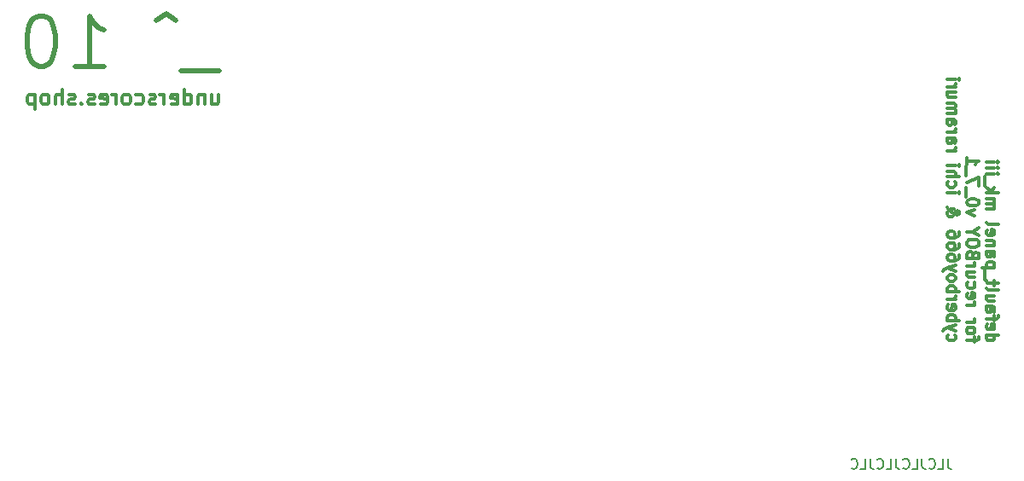
<source format=gbr>
%TF.GenerationSoftware,KiCad,Pcbnew,7.0.9*%
%TF.CreationDate,2024-07-10T14:31:19+10:00*%
%TF.ProjectId,default_panel,64656661-756c-4745-9f70-616e656c2e6b,rev?*%
%TF.SameCoordinates,Original*%
%TF.FileFunction,Legend,Bot*%
%TF.FilePolarity,Positive*%
%FSLAX46Y46*%
G04 Gerber Fmt 4.6, Leading zero omitted, Abs format (unit mm)*
G04 Created by KiCad (PCBNEW 7.0.9) date 2024-07-10 14:31:19*
%MOMM*%
%LPD*%
G01*
G04 APERTURE LIST*
%ADD10C,0.150000*%
%ADD11C,0.300000*%
%ADD12C,0.500000*%
G04 APERTURE END LIST*
D10*
X176569048Y-143004819D02*
X176569048Y-143719104D01*
X176569048Y-143719104D02*
X176616667Y-143861961D01*
X176616667Y-143861961D02*
X176711905Y-143957200D01*
X176711905Y-143957200D02*
X176854762Y-144004819D01*
X176854762Y-144004819D02*
X176950000Y-144004819D01*
X175616667Y-144004819D02*
X176092857Y-144004819D01*
X176092857Y-144004819D02*
X176092857Y-143004819D01*
X174711905Y-143909580D02*
X174759524Y-143957200D01*
X174759524Y-143957200D02*
X174902381Y-144004819D01*
X174902381Y-144004819D02*
X174997619Y-144004819D01*
X174997619Y-144004819D02*
X175140476Y-143957200D01*
X175140476Y-143957200D02*
X175235714Y-143861961D01*
X175235714Y-143861961D02*
X175283333Y-143766723D01*
X175283333Y-143766723D02*
X175330952Y-143576247D01*
X175330952Y-143576247D02*
X175330952Y-143433390D01*
X175330952Y-143433390D02*
X175283333Y-143242914D01*
X175283333Y-143242914D02*
X175235714Y-143147676D01*
X175235714Y-143147676D02*
X175140476Y-143052438D01*
X175140476Y-143052438D02*
X174997619Y-143004819D01*
X174997619Y-143004819D02*
X174902381Y-143004819D01*
X174902381Y-143004819D02*
X174759524Y-143052438D01*
X174759524Y-143052438D02*
X174711905Y-143100057D01*
X173997619Y-143004819D02*
X173997619Y-143719104D01*
X173997619Y-143719104D02*
X174045238Y-143861961D01*
X174045238Y-143861961D02*
X174140476Y-143957200D01*
X174140476Y-143957200D02*
X174283333Y-144004819D01*
X174283333Y-144004819D02*
X174378571Y-144004819D01*
X173045238Y-144004819D02*
X173521428Y-144004819D01*
X173521428Y-144004819D02*
X173521428Y-143004819D01*
X172140476Y-143909580D02*
X172188095Y-143957200D01*
X172188095Y-143957200D02*
X172330952Y-144004819D01*
X172330952Y-144004819D02*
X172426190Y-144004819D01*
X172426190Y-144004819D02*
X172569047Y-143957200D01*
X172569047Y-143957200D02*
X172664285Y-143861961D01*
X172664285Y-143861961D02*
X172711904Y-143766723D01*
X172711904Y-143766723D02*
X172759523Y-143576247D01*
X172759523Y-143576247D02*
X172759523Y-143433390D01*
X172759523Y-143433390D02*
X172711904Y-143242914D01*
X172711904Y-143242914D02*
X172664285Y-143147676D01*
X172664285Y-143147676D02*
X172569047Y-143052438D01*
X172569047Y-143052438D02*
X172426190Y-143004819D01*
X172426190Y-143004819D02*
X172330952Y-143004819D01*
X172330952Y-143004819D02*
X172188095Y-143052438D01*
X172188095Y-143052438D02*
X172140476Y-143100057D01*
X171426190Y-143004819D02*
X171426190Y-143719104D01*
X171426190Y-143719104D02*
X171473809Y-143861961D01*
X171473809Y-143861961D02*
X171569047Y-143957200D01*
X171569047Y-143957200D02*
X171711904Y-144004819D01*
X171711904Y-144004819D02*
X171807142Y-144004819D01*
X170473809Y-144004819D02*
X170949999Y-144004819D01*
X170949999Y-144004819D02*
X170949999Y-143004819D01*
X169569047Y-143909580D02*
X169616666Y-143957200D01*
X169616666Y-143957200D02*
X169759523Y-144004819D01*
X169759523Y-144004819D02*
X169854761Y-144004819D01*
X169854761Y-144004819D02*
X169997618Y-143957200D01*
X169997618Y-143957200D02*
X170092856Y-143861961D01*
X170092856Y-143861961D02*
X170140475Y-143766723D01*
X170140475Y-143766723D02*
X170188094Y-143576247D01*
X170188094Y-143576247D02*
X170188094Y-143433390D01*
X170188094Y-143433390D02*
X170140475Y-143242914D01*
X170140475Y-143242914D02*
X170092856Y-143147676D01*
X170092856Y-143147676D02*
X169997618Y-143052438D01*
X169997618Y-143052438D02*
X169854761Y-143004819D01*
X169854761Y-143004819D02*
X169759523Y-143004819D01*
X169759523Y-143004819D02*
X169616666Y-143052438D01*
X169616666Y-143052438D02*
X169569047Y-143100057D01*
X168854761Y-143004819D02*
X168854761Y-143719104D01*
X168854761Y-143719104D02*
X168902380Y-143861961D01*
X168902380Y-143861961D02*
X168997618Y-143957200D01*
X168997618Y-143957200D02*
X169140475Y-144004819D01*
X169140475Y-144004819D02*
X169235713Y-144004819D01*
X167902380Y-144004819D02*
X168378570Y-144004819D01*
X168378570Y-144004819D02*
X168378570Y-143004819D01*
X166997618Y-143909580D02*
X167045237Y-143957200D01*
X167045237Y-143957200D02*
X167188094Y-144004819D01*
X167188094Y-144004819D02*
X167283332Y-144004819D01*
X167283332Y-144004819D02*
X167426189Y-143957200D01*
X167426189Y-143957200D02*
X167521427Y-143861961D01*
X167521427Y-143861961D02*
X167569046Y-143766723D01*
X167569046Y-143766723D02*
X167616665Y-143576247D01*
X167616665Y-143576247D02*
X167616665Y-143433390D01*
X167616665Y-143433390D02*
X167569046Y-143242914D01*
X167569046Y-143242914D02*
X167521427Y-143147676D01*
X167521427Y-143147676D02*
X167426189Y-143052438D01*
X167426189Y-143052438D02*
X167283332Y-143004819D01*
X167283332Y-143004819D02*
X167188094Y-143004819D01*
X167188094Y-143004819D02*
X167045237Y-143052438D01*
X167045237Y-143052438D02*
X166997618Y-143100057D01*
D11*
X103535714Y-106828328D02*
X103535714Y-107828328D01*
X104178571Y-106828328D02*
X104178571Y-107614042D01*
X104178571Y-107614042D02*
X104107142Y-107756900D01*
X104107142Y-107756900D02*
X103964285Y-107828328D01*
X103964285Y-107828328D02*
X103749999Y-107828328D01*
X103749999Y-107828328D02*
X103607142Y-107756900D01*
X103607142Y-107756900D02*
X103535714Y-107685471D01*
X102821428Y-106828328D02*
X102821428Y-107828328D01*
X102821428Y-106971185D02*
X102749999Y-106899757D01*
X102749999Y-106899757D02*
X102607142Y-106828328D01*
X102607142Y-106828328D02*
X102392856Y-106828328D01*
X102392856Y-106828328D02*
X102249999Y-106899757D01*
X102249999Y-106899757D02*
X102178571Y-107042614D01*
X102178571Y-107042614D02*
X102178571Y-107828328D01*
X100821428Y-107828328D02*
X100821428Y-106328328D01*
X100821428Y-107756900D02*
X100964285Y-107828328D01*
X100964285Y-107828328D02*
X101249999Y-107828328D01*
X101249999Y-107828328D02*
X101392856Y-107756900D01*
X101392856Y-107756900D02*
X101464285Y-107685471D01*
X101464285Y-107685471D02*
X101535713Y-107542614D01*
X101535713Y-107542614D02*
X101535713Y-107114042D01*
X101535713Y-107114042D02*
X101464285Y-106971185D01*
X101464285Y-106971185D02*
X101392856Y-106899757D01*
X101392856Y-106899757D02*
X101249999Y-106828328D01*
X101249999Y-106828328D02*
X100964285Y-106828328D01*
X100964285Y-106828328D02*
X100821428Y-106899757D01*
X99535713Y-107756900D02*
X99678570Y-107828328D01*
X99678570Y-107828328D02*
X99964285Y-107828328D01*
X99964285Y-107828328D02*
X100107142Y-107756900D01*
X100107142Y-107756900D02*
X100178570Y-107614042D01*
X100178570Y-107614042D02*
X100178570Y-107042614D01*
X100178570Y-107042614D02*
X100107142Y-106899757D01*
X100107142Y-106899757D02*
X99964285Y-106828328D01*
X99964285Y-106828328D02*
X99678570Y-106828328D01*
X99678570Y-106828328D02*
X99535713Y-106899757D01*
X99535713Y-106899757D02*
X99464285Y-107042614D01*
X99464285Y-107042614D02*
X99464285Y-107185471D01*
X99464285Y-107185471D02*
X100178570Y-107328328D01*
X98821428Y-107828328D02*
X98821428Y-106828328D01*
X98821428Y-107114042D02*
X98749999Y-106971185D01*
X98749999Y-106971185D02*
X98678571Y-106899757D01*
X98678571Y-106899757D02*
X98535713Y-106828328D01*
X98535713Y-106828328D02*
X98392856Y-106828328D01*
X97964285Y-107756900D02*
X97821428Y-107828328D01*
X97821428Y-107828328D02*
X97535714Y-107828328D01*
X97535714Y-107828328D02*
X97392857Y-107756900D01*
X97392857Y-107756900D02*
X97321428Y-107614042D01*
X97321428Y-107614042D02*
X97321428Y-107542614D01*
X97321428Y-107542614D02*
X97392857Y-107399757D01*
X97392857Y-107399757D02*
X97535714Y-107328328D01*
X97535714Y-107328328D02*
X97750000Y-107328328D01*
X97750000Y-107328328D02*
X97892857Y-107256900D01*
X97892857Y-107256900D02*
X97964285Y-107114042D01*
X97964285Y-107114042D02*
X97964285Y-107042614D01*
X97964285Y-107042614D02*
X97892857Y-106899757D01*
X97892857Y-106899757D02*
X97750000Y-106828328D01*
X97750000Y-106828328D02*
X97535714Y-106828328D01*
X97535714Y-106828328D02*
X97392857Y-106899757D01*
X96035714Y-107756900D02*
X96178571Y-107828328D01*
X96178571Y-107828328D02*
X96464285Y-107828328D01*
X96464285Y-107828328D02*
X96607142Y-107756900D01*
X96607142Y-107756900D02*
X96678571Y-107685471D01*
X96678571Y-107685471D02*
X96749999Y-107542614D01*
X96749999Y-107542614D02*
X96749999Y-107114042D01*
X96749999Y-107114042D02*
X96678571Y-106971185D01*
X96678571Y-106971185D02*
X96607142Y-106899757D01*
X96607142Y-106899757D02*
X96464285Y-106828328D01*
X96464285Y-106828328D02*
X96178571Y-106828328D01*
X96178571Y-106828328D02*
X96035714Y-106899757D01*
X95178571Y-107828328D02*
X95321428Y-107756900D01*
X95321428Y-107756900D02*
X95392857Y-107685471D01*
X95392857Y-107685471D02*
X95464285Y-107542614D01*
X95464285Y-107542614D02*
X95464285Y-107114042D01*
X95464285Y-107114042D02*
X95392857Y-106971185D01*
X95392857Y-106971185D02*
X95321428Y-106899757D01*
X95321428Y-106899757D02*
X95178571Y-106828328D01*
X95178571Y-106828328D02*
X94964285Y-106828328D01*
X94964285Y-106828328D02*
X94821428Y-106899757D01*
X94821428Y-106899757D02*
X94750000Y-106971185D01*
X94750000Y-106971185D02*
X94678571Y-107114042D01*
X94678571Y-107114042D02*
X94678571Y-107542614D01*
X94678571Y-107542614D02*
X94750000Y-107685471D01*
X94750000Y-107685471D02*
X94821428Y-107756900D01*
X94821428Y-107756900D02*
X94964285Y-107828328D01*
X94964285Y-107828328D02*
X95178571Y-107828328D01*
X94035714Y-107828328D02*
X94035714Y-106828328D01*
X94035714Y-107114042D02*
X93964285Y-106971185D01*
X93964285Y-106971185D02*
X93892857Y-106899757D01*
X93892857Y-106899757D02*
X93749999Y-106828328D01*
X93749999Y-106828328D02*
X93607142Y-106828328D01*
X92535714Y-107756900D02*
X92678571Y-107828328D01*
X92678571Y-107828328D02*
X92964286Y-107828328D01*
X92964286Y-107828328D02*
X93107143Y-107756900D01*
X93107143Y-107756900D02*
X93178571Y-107614042D01*
X93178571Y-107614042D02*
X93178571Y-107042614D01*
X93178571Y-107042614D02*
X93107143Y-106899757D01*
X93107143Y-106899757D02*
X92964286Y-106828328D01*
X92964286Y-106828328D02*
X92678571Y-106828328D01*
X92678571Y-106828328D02*
X92535714Y-106899757D01*
X92535714Y-106899757D02*
X92464286Y-107042614D01*
X92464286Y-107042614D02*
X92464286Y-107185471D01*
X92464286Y-107185471D02*
X93178571Y-107328328D01*
X91892857Y-107756900D02*
X91750000Y-107828328D01*
X91750000Y-107828328D02*
X91464286Y-107828328D01*
X91464286Y-107828328D02*
X91321429Y-107756900D01*
X91321429Y-107756900D02*
X91250000Y-107614042D01*
X91250000Y-107614042D02*
X91250000Y-107542614D01*
X91250000Y-107542614D02*
X91321429Y-107399757D01*
X91321429Y-107399757D02*
X91464286Y-107328328D01*
X91464286Y-107328328D02*
X91678572Y-107328328D01*
X91678572Y-107328328D02*
X91821429Y-107256900D01*
X91821429Y-107256900D02*
X91892857Y-107114042D01*
X91892857Y-107114042D02*
X91892857Y-107042614D01*
X91892857Y-107042614D02*
X91821429Y-106899757D01*
X91821429Y-106899757D02*
X91678572Y-106828328D01*
X91678572Y-106828328D02*
X91464286Y-106828328D01*
X91464286Y-106828328D02*
X91321429Y-106899757D01*
X90607143Y-107685471D02*
X90535714Y-107756900D01*
X90535714Y-107756900D02*
X90607143Y-107828328D01*
X90607143Y-107828328D02*
X90678571Y-107756900D01*
X90678571Y-107756900D02*
X90607143Y-107685471D01*
X90607143Y-107685471D02*
X90607143Y-107828328D01*
X89964285Y-107756900D02*
X89821428Y-107828328D01*
X89821428Y-107828328D02*
X89535714Y-107828328D01*
X89535714Y-107828328D02*
X89392857Y-107756900D01*
X89392857Y-107756900D02*
X89321428Y-107614042D01*
X89321428Y-107614042D02*
X89321428Y-107542614D01*
X89321428Y-107542614D02*
X89392857Y-107399757D01*
X89392857Y-107399757D02*
X89535714Y-107328328D01*
X89535714Y-107328328D02*
X89750000Y-107328328D01*
X89750000Y-107328328D02*
X89892857Y-107256900D01*
X89892857Y-107256900D02*
X89964285Y-107114042D01*
X89964285Y-107114042D02*
X89964285Y-107042614D01*
X89964285Y-107042614D02*
X89892857Y-106899757D01*
X89892857Y-106899757D02*
X89750000Y-106828328D01*
X89750000Y-106828328D02*
X89535714Y-106828328D01*
X89535714Y-106828328D02*
X89392857Y-106899757D01*
X88678571Y-107828328D02*
X88678571Y-106328328D01*
X88035714Y-107828328D02*
X88035714Y-107042614D01*
X88035714Y-107042614D02*
X88107142Y-106899757D01*
X88107142Y-106899757D02*
X88249999Y-106828328D01*
X88249999Y-106828328D02*
X88464285Y-106828328D01*
X88464285Y-106828328D02*
X88607142Y-106899757D01*
X88607142Y-106899757D02*
X88678571Y-106971185D01*
X87107142Y-107828328D02*
X87249999Y-107756900D01*
X87249999Y-107756900D02*
X87321428Y-107685471D01*
X87321428Y-107685471D02*
X87392856Y-107542614D01*
X87392856Y-107542614D02*
X87392856Y-107114042D01*
X87392856Y-107114042D02*
X87321428Y-106971185D01*
X87321428Y-106971185D02*
X87249999Y-106899757D01*
X87249999Y-106899757D02*
X87107142Y-106828328D01*
X87107142Y-106828328D02*
X86892856Y-106828328D01*
X86892856Y-106828328D02*
X86749999Y-106899757D01*
X86749999Y-106899757D02*
X86678571Y-106971185D01*
X86678571Y-106971185D02*
X86607142Y-107114042D01*
X86607142Y-107114042D02*
X86607142Y-107542614D01*
X86607142Y-107542614D02*
X86678571Y-107685471D01*
X86678571Y-107685471D02*
X86749999Y-107756900D01*
X86749999Y-107756900D02*
X86892856Y-107828328D01*
X86892856Y-107828328D02*
X87107142Y-107828328D01*
X85964285Y-106828328D02*
X85964285Y-108328328D01*
X85964285Y-106899757D02*
X85821428Y-106828328D01*
X85821428Y-106828328D02*
X85535713Y-106828328D01*
X85535713Y-106828328D02*
X85392856Y-106899757D01*
X85392856Y-106899757D02*
X85321428Y-106971185D01*
X85321428Y-106971185D02*
X85249999Y-107114042D01*
X85249999Y-107114042D02*
X85249999Y-107542614D01*
X85249999Y-107542614D02*
X85321428Y-107685471D01*
X85321428Y-107685471D02*
X85392856Y-107756900D01*
X85392856Y-107756900D02*
X85535713Y-107828328D01*
X85535713Y-107828328D02*
X85821428Y-107828328D01*
X85821428Y-107828328D02*
X85964285Y-107756900D01*
D12*
X104250000Y-104513285D02*
X100440476Y-104513285D01*
X99964285Y-99513285D02*
X99011904Y-98799000D01*
X99011904Y-98799000D02*
X98059523Y-99513285D01*
X89964285Y-104037095D02*
X92821428Y-104037095D01*
X91392856Y-104037095D02*
X91392856Y-99037095D01*
X91392856Y-99037095D02*
X91869047Y-99751380D01*
X91869047Y-99751380D02*
X92345237Y-100227571D01*
X92345237Y-100227571D02*
X92821428Y-100465666D01*
X86869046Y-99037095D02*
X86392856Y-99037095D01*
X86392856Y-99037095D02*
X85916665Y-99275190D01*
X85916665Y-99275190D02*
X85678570Y-99513285D01*
X85678570Y-99513285D02*
X85440475Y-99989476D01*
X85440475Y-99989476D02*
X85202380Y-100941857D01*
X85202380Y-100941857D02*
X85202380Y-102132333D01*
X85202380Y-102132333D02*
X85440475Y-103084714D01*
X85440475Y-103084714D02*
X85678570Y-103560904D01*
X85678570Y-103560904D02*
X85916665Y-103799000D01*
X85916665Y-103799000D02*
X86392856Y-104037095D01*
X86392856Y-104037095D02*
X86869046Y-104037095D01*
X86869046Y-104037095D02*
X87345237Y-103799000D01*
X87345237Y-103799000D02*
X87583332Y-103560904D01*
X87583332Y-103560904D02*
X87821427Y-103084714D01*
X87821427Y-103084714D02*
X88059523Y-102132333D01*
X88059523Y-102132333D02*
X88059523Y-100941857D01*
X88059523Y-100941857D02*
X87821427Y-99989476D01*
X87821427Y-99989476D02*
X87583332Y-99513285D01*
X87583332Y-99513285D02*
X87345237Y-99275190D01*
X87345237Y-99275190D02*
X86869046Y-99037095D01*
D11*
X180392457Y-130702632D02*
X181592457Y-130702632D01*
X180449600Y-130702632D02*
X180392457Y-130816917D01*
X180392457Y-130816917D02*
X180392457Y-131045489D01*
X180392457Y-131045489D02*
X180449600Y-131159774D01*
X180449600Y-131159774D02*
X180506742Y-131216917D01*
X180506742Y-131216917D02*
X180621028Y-131274060D01*
X180621028Y-131274060D02*
X180963885Y-131274060D01*
X180963885Y-131274060D02*
X181078171Y-131216917D01*
X181078171Y-131216917D02*
X181135314Y-131159774D01*
X181135314Y-131159774D02*
X181192457Y-131045489D01*
X181192457Y-131045489D02*
X181192457Y-130816917D01*
X181192457Y-130816917D02*
X181135314Y-130702632D01*
X180449600Y-129674060D02*
X180392457Y-129788346D01*
X180392457Y-129788346D02*
X180392457Y-130016918D01*
X180392457Y-130016918D02*
X180449600Y-130131203D01*
X180449600Y-130131203D02*
X180563885Y-130188346D01*
X180563885Y-130188346D02*
X181021028Y-130188346D01*
X181021028Y-130188346D02*
X181135314Y-130131203D01*
X181135314Y-130131203D02*
X181192457Y-130016918D01*
X181192457Y-130016918D02*
X181192457Y-129788346D01*
X181192457Y-129788346D02*
X181135314Y-129674060D01*
X181135314Y-129674060D02*
X181021028Y-129616918D01*
X181021028Y-129616918D02*
X180906742Y-129616918D01*
X180906742Y-129616918D02*
X180792457Y-130188346D01*
X181192457Y-129274061D02*
X181192457Y-128816918D01*
X180392457Y-129102632D02*
X181421028Y-129102632D01*
X181421028Y-129102632D02*
X181535314Y-129045489D01*
X181535314Y-129045489D02*
X181592457Y-128931204D01*
X181592457Y-128931204D02*
X181592457Y-128816918D01*
X180392457Y-127902633D02*
X181021028Y-127902633D01*
X181021028Y-127902633D02*
X181135314Y-127959775D01*
X181135314Y-127959775D02*
X181192457Y-128074061D01*
X181192457Y-128074061D02*
X181192457Y-128302633D01*
X181192457Y-128302633D02*
X181135314Y-128416918D01*
X180449600Y-127902633D02*
X180392457Y-128016918D01*
X180392457Y-128016918D02*
X180392457Y-128302633D01*
X180392457Y-128302633D02*
X180449600Y-128416918D01*
X180449600Y-128416918D02*
X180563885Y-128474061D01*
X180563885Y-128474061D02*
X180678171Y-128474061D01*
X180678171Y-128474061D02*
X180792457Y-128416918D01*
X180792457Y-128416918D02*
X180849600Y-128302633D01*
X180849600Y-128302633D02*
X180849600Y-128016918D01*
X180849600Y-128016918D02*
X180906742Y-127902633D01*
X181192457Y-126816919D02*
X180392457Y-126816919D01*
X181192457Y-127331204D02*
X180563885Y-127331204D01*
X180563885Y-127331204D02*
X180449600Y-127274061D01*
X180449600Y-127274061D02*
X180392457Y-127159776D01*
X180392457Y-127159776D02*
X180392457Y-126988347D01*
X180392457Y-126988347D02*
X180449600Y-126874061D01*
X180449600Y-126874061D02*
X180506742Y-126816919D01*
X180392457Y-126074062D02*
X180449600Y-126188347D01*
X180449600Y-126188347D02*
X180563885Y-126245490D01*
X180563885Y-126245490D02*
X181592457Y-126245490D01*
X181192457Y-125788348D02*
X181192457Y-125331205D01*
X181592457Y-125616919D02*
X180563885Y-125616919D01*
X180563885Y-125616919D02*
X180449600Y-125559776D01*
X180449600Y-125559776D02*
X180392457Y-125445491D01*
X180392457Y-125445491D02*
X180392457Y-125331205D01*
X180278171Y-125216920D02*
X180278171Y-124302634D01*
X181192457Y-124016919D02*
X179992457Y-124016919D01*
X181135314Y-124016919D02*
X181192457Y-123902634D01*
X181192457Y-123902634D02*
X181192457Y-123674062D01*
X181192457Y-123674062D02*
X181135314Y-123559776D01*
X181135314Y-123559776D02*
X181078171Y-123502634D01*
X181078171Y-123502634D02*
X180963885Y-123445491D01*
X180963885Y-123445491D02*
X180621028Y-123445491D01*
X180621028Y-123445491D02*
X180506742Y-123502634D01*
X180506742Y-123502634D02*
X180449600Y-123559776D01*
X180449600Y-123559776D02*
X180392457Y-123674062D01*
X180392457Y-123674062D02*
X180392457Y-123902634D01*
X180392457Y-123902634D02*
X180449600Y-124016919D01*
X180392457Y-122416920D02*
X181021028Y-122416920D01*
X181021028Y-122416920D02*
X181135314Y-122474062D01*
X181135314Y-122474062D02*
X181192457Y-122588348D01*
X181192457Y-122588348D02*
X181192457Y-122816920D01*
X181192457Y-122816920D02*
X181135314Y-122931205D01*
X180449600Y-122416920D02*
X180392457Y-122531205D01*
X180392457Y-122531205D02*
X180392457Y-122816920D01*
X180392457Y-122816920D02*
X180449600Y-122931205D01*
X180449600Y-122931205D02*
X180563885Y-122988348D01*
X180563885Y-122988348D02*
X180678171Y-122988348D01*
X180678171Y-122988348D02*
X180792457Y-122931205D01*
X180792457Y-122931205D02*
X180849600Y-122816920D01*
X180849600Y-122816920D02*
X180849600Y-122531205D01*
X180849600Y-122531205D02*
X180906742Y-122416920D01*
X181192457Y-121845491D02*
X180392457Y-121845491D01*
X181078171Y-121845491D02*
X181135314Y-121788348D01*
X181135314Y-121788348D02*
X181192457Y-121674063D01*
X181192457Y-121674063D02*
X181192457Y-121502634D01*
X181192457Y-121502634D02*
X181135314Y-121388348D01*
X181135314Y-121388348D02*
X181021028Y-121331206D01*
X181021028Y-121331206D02*
X180392457Y-121331206D01*
X180449600Y-120302634D02*
X180392457Y-120416920D01*
X180392457Y-120416920D02*
X180392457Y-120645492D01*
X180392457Y-120645492D02*
X180449600Y-120759777D01*
X180449600Y-120759777D02*
X180563885Y-120816920D01*
X180563885Y-120816920D02*
X181021028Y-120816920D01*
X181021028Y-120816920D02*
X181135314Y-120759777D01*
X181135314Y-120759777D02*
X181192457Y-120645492D01*
X181192457Y-120645492D02*
X181192457Y-120416920D01*
X181192457Y-120416920D02*
X181135314Y-120302634D01*
X181135314Y-120302634D02*
X181021028Y-120245492D01*
X181021028Y-120245492D02*
X180906742Y-120245492D01*
X180906742Y-120245492D02*
X180792457Y-120816920D01*
X180392457Y-119559778D02*
X180449600Y-119674063D01*
X180449600Y-119674063D02*
X180563885Y-119731206D01*
X180563885Y-119731206D02*
X181592457Y-119731206D01*
X180392457Y-118188349D02*
X181192457Y-118188349D01*
X181078171Y-118188349D02*
X181135314Y-118131206D01*
X181135314Y-118131206D02*
X181192457Y-118016921D01*
X181192457Y-118016921D02*
X181192457Y-117845492D01*
X181192457Y-117845492D02*
X181135314Y-117731206D01*
X181135314Y-117731206D02*
X181021028Y-117674064D01*
X181021028Y-117674064D02*
X180392457Y-117674064D01*
X181021028Y-117674064D02*
X181135314Y-117616921D01*
X181135314Y-117616921D02*
X181192457Y-117502635D01*
X181192457Y-117502635D02*
X181192457Y-117331206D01*
X181192457Y-117331206D02*
X181135314Y-117216921D01*
X181135314Y-117216921D02*
X181021028Y-117159778D01*
X181021028Y-117159778D02*
X180392457Y-117159778D01*
X180392457Y-116588349D02*
X181592457Y-116588349D01*
X180849600Y-116474064D02*
X180392457Y-116131206D01*
X181192457Y-116131206D02*
X180735314Y-116588349D01*
X180278171Y-115902635D02*
X180278171Y-114988349D01*
X180392457Y-114702634D02*
X181192457Y-114702634D01*
X181592457Y-114702634D02*
X181535314Y-114759777D01*
X181535314Y-114759777D02*
X181478171Y-114702634D01*
X181478171Y-114702634D02*
X181535314Y-114645491D01*
X181535314Y-114645491D02*
X181592457Y-114702634D01*
X181592457Y-114702634D02*
X181478171Y-114702634D01*
X180392457Y-114131205D02*
X181192457Y-114131205D01*
X181592457Y-114131205D02*
X181535314Y-114188348D01*
X181535314Y-114188348D02*
X181478171Y-114131205D01*
X181478171Y-114131205D02*
X181535314Y-114074062D01*
X181535314Y-114074062D02*
X181592457Y-114131205D01*
X181592457Y-114131205D02*
X181478171Y-114131205D01*
X180392457Y-113559776D02*
X181192457Y-113559776D01*
X181592457Y-113559776D02*
X181535314Y-113616919D01*
X181535314Y-113616919D02*
X181478171Y-113559776D01*
X181478171Y-113559776D02*
X181535314Y-113502633D01*
X181535314Y-113502633D02*
X181592457Y-113559776D01*
X181592457Y-113559776D02*
X181478171Y-113559776D01*
X179260457Y-131388346D02*
X179260457Y-130931203D01*
X178460457Y-131216917D02*
X179489028Y-131216917D01*
X179489028Y-131216917D02*
X179603314Y-131159774D01*
X179603314Y-131159774D02*
X179660457Y-131045489D01*
X179660457Y-131045489D02*
X179660457Y-130931203D01*
X178460457Y-130359775D02*
X178517600Y-130474060D01*
X178517600Y-130474060D02*
X178574742Y-130531203D01*
X178574742Y-130531203D02*
X178689028Y-130588346D01*
X178689028Y-130588346D02*
X179031885Y-130588346D01*
X179031885Y-130588346D02*
X179146171Y-130531203D01*
X179146171Y-130531203D02*
X179203314Y-130474060D01*
X179203314Y-130474060D02*
X179260457Y-130359775D01*
X179260457Y-130359775D02*
X179260457Y-130188346D01*
X179260457Y-130188346D02*
X179203314Y-130074060D01*
X179203314Y-130074060D02*
X179146171Y-130016918D01*
X179146171Y-130016918D02*
X179031885Y-129959775D01*
X179031885Y-129959775D02*
X178689028Y-129959775D01*
X178689028Y-129959775D02*
X178574742Y-130016918D01*
X178574742Y-130016918D02*
X178517600Y-130074060D01*
X178517600Y-130074060D02*
X178460457Y-130188346D01*
X178460457Y-130188346D02*
X178460457Y-130359775D01*
X178460457Y-129445489D02*
X179260457Y-129445489D01*
X179031885Y-129445489D02*
X179146171Y-129388346D01*
X179146171Y-129388346D02*
X179203314Y-129331204D01*
X179203314Y-129331204D02*
X179260457Y-129216918D01*
X179260457Y-129216918D02*
X179260457Y-129102632D01*
X178460457Y-127788346D02*
X179260457Y-127788346D01*
X179031885Y-127788346D02*
X179146171Y-127731203D01*
X179146171Y-127731203D02*
X179203314Y-127674061D01*
X179203314Y-127674061D02*
X179260457Y-127559775D01*
X179260457Y-127559775D02*
X179260457Y-127445489D01*
X178517600Y-126588346D02*
X178460457Y-126702632D01*
X178460457Y-126702632D02*
X178460457Y-126931204D01*
X178460457Y-126931204D02*
X178517600Y-127045489D01*
X178517600Y-127045489D02*
X178631885Y-127102632D01*
X178631885Y-127102632D02*
X179089028Y-127102632D01*
X179089028Y-127102632D02*
X179203314Y-127045489D01*
X179203314Y-127045489D02*
X179260457Y-126931204D01*
X179260457Y-126931204D02*
X179260457Y-126702632D01*
X179260457Y-126702632D02*
X179203314Y-126588346D01*
X179203314Y-126588346D02*
X179089028Y-126531204D01*
X179089028Y-126531204D02*
X178974742Y-126531204D01*
X178974742Y-126531204D02*
X178860457Y-127102632D01*
X178517600Y-125502633D02*
X178460457Y-125616918D01*
X178460457Y-125616918D02*
X178460457Y-125845490D01*
X178460457Y-125845490D02*
X178517600Y-125959775D01*
X178517600Y-125959775D02*
X178574742Y-126016918D01*
X178574742Y-126016918D02*
X178689028Y-126074061D01*
X178689028Y-126074061D02*
X179031885Y-126074061D01*
X179031885Y-126074061D02*
X179146171Y-126016918D01*
X179146171Y-126016918D02*
X179203314Y-125959775D01*
X179203314Y-125959775D02*
X179260457Y-125845490D01*
X179260457Y-125845490D02*
X179260457Y-125616918D01*
X179260457Y-125616918D02*
X179203314Y-125502633D01*
X179260457Y-124474062D02*
X178460457Y-124474062D01*
X179260457Y-124988347D02*
X178631885Y-124988347D01*
X178631885Y-124988347D02*
X178517600Y-124931204D01*
X178517600Y-124931204D02*
X178460457Y-124816919D01*
X178460457Y-124816919D02*
X178460457Y-124645490D01*
X178460457Y-124645490D02*
X178517600Y-124531204D01*
X178517600Y-124531204D02*
X178574742Y-124474062D01*
X178460457Y-123902633D02*
X179260457Y-123902633D01*
X179031885Y-123902633D02*
X179146171Y-123845490D01*
X179146171Y-123845490D02*
X179203314Y-123788348D01*
X179203314Y-123788348D02*
X179260457Y-123674062D01*
X179260457Y-123674062D02*
X179260457Y-123559776D01*
X179089028Y-122759776D02*
X179031885Y-122588348D01*
X179031885Y-122588348D02*
X178974742Y-122531205D01*
X178974742Y-122531205D02*
X178860457Y-122474062D01*
X178860457Y-122474062D02*
X178689028Y-122474062D01*
X178689028Y-122474062D02*
X178574742Y-122531205D01*
X178574742Y-122531205D02*
X178517600Y-122588348D01*
X178517600Y-122588348D02*
X178460457Y-122702633D01*
X178460457Y-122702633D02*
X178460457Y-123159776D01*
X178460457Y-123159776D02*
X179660457Y-123159776D01*
X179660457Y-123159776D02*
X179660457Y-122759776D01*
X179660457Y-122759776D02*
X179603314Y-122645491D01*
X179603314Y-122645491D02*
X179546171Y-122588348D01*
X179546171Y-122588348D02*
X179431885Y-122531205D01*
X179431885Y-122531205D02*
X179317600Y-122531205D01*
X179317600Y-122531205D02*
X179203314Y-122588348D01*
X179203314Y-122588348D02*
X179146171Y-122645491D01*
X179146171Y-122645491D02*
X179089028Y-122759776D01*
X179089028Y-122759776D02*
X179089028Y-123159776D01*
X179660457Y-121731205D02*
X179660457Y-121502633D01*
X179660457Y-121502633D02*
X179603314Y-121388348D01*
X179603314Y-121388348D02*
X179489028Y-121274062D01*
X179489028Y-121274062D02*
X179260457Y-121216919D01*
X179260457Y-121216919D02*
X178860457Y-121216919D01*
X178860457Y-121216919D02*
X178631885Y-121274062D01*
X178631885Y-121274062D02*
X178517600Y-121388348D01*
X178517600Y-121388348D02*
X178460457Y-121502633D01*
X178460457Y-121502633D02*
X178460457Y-121731205D01*
X178460457Y-121731205D02*
X178517600Y-121845491D01*
X178517600Y-121845491D02*
X178631885Y-121959776D01*
X178631885Y-121959776D02*
X178860457Y-122016919D01*
X178860457Y-122016919D02*
X179260457Y-122016919D01*
X179260457Y-122016919D02*
X179489028Y-121959776D01*
X179489028Y-121959776D02*
X179603314Y-121845491D01*
X179603314Y-121845491D02*
X179660457Y-121731205D01*
X179031885Y-120474062D02*
X178460457Y-120474062D01*
X179660457Y-120874062D02*
X179031885Y-120474062D01*
X179031885Y-120474062D02*
X179660457Y-120074062D01*
X179260457Y-118874062D02*
X178460457Y-118588348D01*
X178460457Y-118588348D02*
X179260457Y-118302633D01*
X179660457Y-117616919D02*
X179660457Y-117502633D01*
X179660457Y-117502633D02*
X179603314Y-117388347D01*
X179603314Y-117388347D02*
X179546171Y-117331205D01*
X179546171Y-117331205D02*
X179431885Y-117274062D01*
X179431885Y-117274062D02*
X179203314Y-117216919D01*
X179203314Y-117216919D02*
X178917600Y-117216919D01*
X178917600Y-117216919D02*
X178689028Y-117274062D01*
X178689028Y-117274062D02*
X178574742Y-117331205D01*
X178574742Y-117331205D02*
X178517600Y-117388347D01*
X178517600Y-117388347D02*
X178460457Y-117502633D01*
X178460457Y-117502633D02*
X178460457Y-117616919D01*
X178460457Y-117616919D02*
X178517600Y-117731205D01*
X178517600Y-117731205D02*
X178574742Y-117788347D01*
X178574742Y-117788347D02*
X178689028Y-117845490D01*
X178689028Y-117845490D02*
X178917600Y-117902633D01*
X178917600Y-117902633D02*
X179203314Y-117902633D01*
X179203314Y-117902633D02*
X179431885Y-117845490D01*
X179431885Y-117845490D02*
X179546171Y-117788347D01*
X179546171Y-117788347D02*
X179603314Y-117731205D01*
X179603314Y-117731205D02*
X179660457Y-117616919D01*
X178346171Y-116988348D02*
X178346171Y-116074062D01*
X179660457Y-115902633D02*
X179660457Y-115102633D01*
X179660457Y-115102633D02*
X178460457Y-115616919D01*
X178346171Y-114931205D02*
X178346171Y-114016919D01*
X178460457Y-113102633D02*
X178460457Y-113788347D01*
X178460457Y-113445490D02*
X179660457Y-113445490D01*
X179660457Y-113445490D02*
X179489028Y-113559776D01*
X179489028Y-113559776D02*
X179374742Y-113674061D01*
X179374742Y-113674061D02*
X179317600Y-113788347D01*
X176585600Y-130702632D02*
X176528457Y-130816917D01*
X176528457Y-130816917D02*
X176528457Y-131045489D01*
X176528457Y-131045489D02*
X176585600Y-131159774D01*
X176585600Y-131159774D02*
X176642742Y-131216917D01*
X176642742Y-131216917D02*
X176757028Y-131274060D01*
X176757028Y-131274060D02*
X177099885Y-131274060D01*
X177099885Y-131274060D02*
X177214171Y-131216917D01*
X177214171Y-131216917D02*
X177271314Y-131159774D01*
X177271314Y-131159774D02*
X177328457Y-131045489D01*
X177328457Y-131045489D02*
X177328457Y-130816917D01*
X177328457Y-130816917D02*
X177271314Y-130702632D01*
X177328457Y-130302632D02*
X176528457Y-130016918D01*
X177328457Y-129731203D02*
X176528457Y-130016918D01*
X176528457Y-130016918D02*
X176242742Y-130131203D01*
X176242742Y-130131203D02*
X176185600Y-130188346D01*
X176185600Y-130188346D02*
X176128457Y-130302632D01*
X176528457Y-129274060D02*
X177728457Y-129274060D01*
X177271314Y-129274060D02*
X177328457Y-129159775D01*
X177328457Y-129159775D02*
X177328457Y-128931203D01*
X177328457Y-128931203D02*
X177271314Y-128816917D01*
X177271314Y-128816917D02*
X177214171Y-128759775D01*
X177214171Y-128759775D02*
X177099885Y-128702632D01*
X177099885Y-128702632D02*
X176757028Y-128702632D01*
X176757028Y-128702632D02*
X176642742Y-128759775D01*
X176642742Y-128759775D02*
X176585600Y-128816917D01*
X176585600Y-128816917D02*
X176528457Y-128931203D01*
X176528457Y-128931203D02*
X176528457Y-129159775D01*
X176528457Y-129159775D02*
X176585600Y-129274060D01*
X176585600Y-127731203D02*
X176528457Y-127845489D01*
X176528457Y-127845489D02*
X176528457Y-128074061D01*
X176528457Y-128074061D02*
X176585600Y-128188346D01*
X176585600Y-128188346D02*
X176699885Y-128245489D01*
X176699885Y-128245489D02*
X177157028Y-128245489D01*
X177157028Y-128245489D02*
X177271314Y-128188346D01*
X177271314Y-128188346D02*
X177328457Y-128074061D01*
X177328457Y-128074061D02*
X177328457Y-127845489D01*
X177328457Y-127845489D02*
X177271314Y-127731203D01*
X177271314Y-127731203D02*
X177157028Y-127674061D01*
X177157028Y-127674061D02*
X177042742Y-127674061D01*
X177042742Y-127674061D02*
X176928457Y-128245489D01*
X176528457Y-127159775D02*
X177328457Y-127159775D01*
X177099885Y-127159775D02*
X177214171Y-127102632D01*
X177214171Y-127102632D02*
X177271314Y-127045490D01*
X177271314Y-127045490D02*
X177328457Y-126931204D01*
X177328457Y-126931204D02*
X177328457Y-126816918D01*
X176528457Y-126416918D02*
X177728457Y-126416918D01*
X177271314Y-126416918D02*
X177328457Y-126302633D01*
X177328457Y-126302633D02*
X177328457Y-126074061D01*
X177328457Y-126074061D02*
X177271314Y-125959775D01*
X177271314Y-125959775D02*
X177214171Y-125902633D01*
X177214171Y-125902633D02*
X177099885Y-125845490D01*
X177099885Y-125845490D02*
X176757028Y-125845490D01*
X176757028Y-125845490D02*
X176642742Y-125902633D01*
X176642742Y-125902633D02*
X176585600Y-125959775D01*
X176585600Y-125959775D02*
X176528457Y-126074061D01*
X176528457Y-126074061D02*
X176528457Y-126302633D01*
X176528457Y-126302633D02*
X176585600Y-126416918D01*
X176528457Y-125159776D02*
X176585600Y-125274061D01*
X176585600Y-125274061D02*
X176642742Y-125331204D01*
X176642742Y-125331204D02*
X176757028Y-125388347D01*
X176757028Y-125388347D02*
X177099885Y-125388347D01*
X177099885Y-125388347D02*
X177214171Y-125331204D01*
X177214171Y-125331204D02*
X177271314Y-125274061D01*
X177271314Y-125274061D02*
X177328457Y-125159776D01*
X177328457Y-125159776D02*
X177328457Y-124988347D01*
X177328457Y-124988347D02*
X177271314Y-124874061D01*
X177271314Y-124874061D02*
X177214171Y-124816919D01*
X177214171Y-124816919D02*
X177099885Y-124759776D01*
X177099885Y-124759776D02*
X176757028Y-124759776D01*
X176757028Y-124759776D02*
X176642742Y-124816919D01*
X176642742Y-124816919D02*
X176585600Y-124874061D01*
X176585600Y-124874061D02*
X176528457Y-124988347D01*
X176528457Y-124988347D02*
X176528457Y-125159776D01*
X177328457Y-124359776D02*
X176528457Y-124074062D01*
X177328457Y-123788347D02*
X176528457Y-124074062D01*
X176528457Y-124074062D02*
X176242742Y-124188347D01*
X176242742Y-124188347D02*
X176185600Y-124245490D01*
X176185600Y-124245490D02*
X176128457Y-124359776D01*
X177728457Y-122816919D02*
X177728457Y-123045490D01*
X177728457Y-123045490D02*
X177671314Y-123159776D01*
X177671314Y-123159776D02*
X177614171Y-123216919D01*
X177614171Y-123216919D02*
X177442742Y-123331204D01*
X177442742Y-123331204D02*
X177214171Y-123388347D01*
X177214171Y-123388347D02*
X176757028Y-123388347D01*
X176757028Y-123388347D02*
X176642742Y-123331204D01*
X176642742Y-123331204D02*
X176585600Y-123274061D01*
X176585600Y-123274061D02*
X176528457Y-123159776D01*
X176528457Y-123159776D02*
X176528457Y-122931204D01*
X176528457Y-122931204D02*
X176585600Y-122816919D01*
X176585600Y-122816919D02*
X176642742Y-122759776D01*
X176642742Y-122759776D02*
X176757028Y-122702633D01*
X176757028Y-122702633D02*
X177042742Y-122702633D01*
X177042742Y-122702633D02*
X177157028Y-122759776D01*
X177157028Y-122759776D02*
X177214171Y-122816919D01*
X177214171Y-122816919D02*
X177271314Y-122931204D01*
X177271314Y-122931204D02*
X177271314Y-123159776D01*
X177271314Y-123159776D02*
X177214171Y-123274061D01*
X177214171Y-123274061D02*
X177157028Y-123331204D01*
X177157028Y-123331204D02*
X177042742Y-123388347D01*
X177728457Y-121674062D02*
X177728457Y-121902633D01*
X177728457Y-121902633D02*
X177671314Y-122016919D01*
X177671314Y-122016919D02*
X177614171Y-122074062D01*
X177614171Y-122074062D02*
X177442742Y-122188347D01*
X177442742Y-122188347D02*
X177214171Y-122245490D01*
X177214171Y-122245490D02*
X176757028Y-122245490D01*
X176757028Y-122245490D02*
X176642742Y-122188347D01*
X176642742Y-122188347D02*
X176585600Y-122131204D01*
X176585600Y-122131204D02*
X176528457Y-122016919D01*
X176528457Y-122016919D02*
X176528457Y-121788347D01*
X176528457Y-121788347D02*
X176585600Y-121674062D01*
X176585600Y-121674062D02*
X176642742Y-121616919D01*
X176642742Y-121616919D02*
X176757028Y-121559776D01*
X176757028Y-121559776D02*
X177042742Y-121559776D01*
X177042742Y-121559776D02*
X177157028Y-121616919D01*
X177157028Y-121616919D02*
X177214171Y-121674062D01*
X177214171Y-121674062D02*
X177271314Y-121788347D01*
X177271314Y-121788347D02*
X177271314Y-122016919D01*
X177271314Y-122016919D02*
X177214171Y-122131204D01*
X177214171Y-122131204D02*
X177157028Y-122188347D01*
X177157028Y-122188347D02*
X177042742Y-122245490D01*
X177728457Y-120531205D02*
X177728457Y-120759776D01*
X177728457Y-120759776D02*
X177671314Y-120874062D01*
X177671314Y-120874062D02*
X177614171Y-120931205D01*
X177614171Y-120931205D02*
X177442742Y-121045490D01*
X177442742Y-121045490D02*
X177214171Y-121102633D01*
X177214171Y-121102633D02*
X176757028Y-121102633D01*
X176757028Y-121102633D02*
X176642742Y-121045490D01*
X176642742Y-121045490D02*
X176585600Y-120988347D01*
X176585600Y-120988347D02*
X176528457Y-120874062D01*
X176528457Y-120874062D02*
X176528457Y-120645490D01*
X176528457Y-120645490D02*
X176585600Y-120531205D01*
X176585600Y-120531205D02*
X176642742Y-120474062D01*
X176642742Y-120474062D02*
X176757028Y-120416919D01*
X176757028Y-120416919D02*
X177042742Y-120416919D01*
X177042742Y-120416919D02*
X177157028Y-120474062D01*
X177157028Y-120474062D02*
X177214171Y-120531205D01*
X177214171Y-120531205D02*
X177271314Y-120645490D01*
X177271314Y-120645490D02*
X177271314Y-120874062D01*
X177271314Y-120874062D02*
X177214171Y-120988347D01*
X177214171Y-120988347D02*
X177157028Y-121045490D01*
X177157028Y-121045490D02*
X177042742Y-121102633D01*
X176528457Y-118016919D02*
X176528457Y-118074062D01*
X176528457Y-118074062D02*
X176585600Y-118188347D01*
X176585600Y-118188347D02*
X176757028Y-118359776D01*
X176757028Y-118359776D02*
X177099885Y-118645490D01*
X177099885Y-118645490D02*
X177271314Y-118759776D01*
X177271314Y-118759776D02*
X177442742Y-118816919D01*
X177442742Y-118816919D02*
X177557028Y-118816919D01*
X177557028Y-118816919D02*
X177671314Y-118759776D01*
X177671314Y-118759776D02*
X177728457Y-118645490D01*
X177728457Y-118645490D02*
X177728457Y-118588347D01*
X177728457Y-118588347D02*
X177671314Y-118474062D01*
X177671314Y-118474062D02*
X177557028Y-118416919D01*
X177557028Y-118416919D02*
X177499885Y-118416919D01*
X177499885Y-118416919D02*
X177385600Y-118474062D01*
X177385600Y-118474062D02*
X177328457Y-118531204D01*
X177328457Y-118531204D02*
X177099885Y-118874062D01*
X177099885Y-118874062D02*
X177042742Y-118931204D01*
X177042742Y-118931204D02*
X176928457Y-118988347D01*
X176928457Y-118988347D02*
X176757028Y-118988347D01*
X176757028Y-118988347D02*
X176642742Y-118931204D01*
X176642742Y-118931204D02*
X176585600Y-118874062D01*
X176585600Y-118874062D02*
X176528457Y-118759776D01*
X176528457Y-118759776D02*
X176528457Y-118588347D01*
X176528457Y-118588347D02*
X176585600Y-118474062D01*
X176585600Y-118474062D02*
X176642742Y-118416919D01*
X176642742Y-118416919D02*
X176871314Y-118245490D01*
X176871314Y-118245490D02*
X177042742Y-118188347D01*
X177042742Y-118188347D02*
X177157028Y-118188347D01*
X176528457Y-116588347D02*
X177328457Y-116588347D01*
X177728457Y-116588347D02*
X177671314Y-116645490D01*
X177671314Y-116645490D02*
X177614171Y-116588347D01*
X177614171Y-116588347D02*
X177671314Y-116531204D01*
X177671314Y-116531204D02*
X177728457Y-116588347D01*
X177728457Y-116588347D02*
X177614171Y-116588347D01*
X176585600Y-115502633D02*
X176528457Y-115616918D01*
X176528457Y-115616918D02*
X176528457Y-115845490D01*
X176528457Y-115845490D02*
X176585600Y-115959775D01*
X176585600Y-115959775D02*
X176642742Y-116016918D01*
X176642742Y-116016918D02*
X176757028Y-116074061D01*
X176757028Y-116074061D02*
X177099885Y-116074061D01*
X177099885Y-116074061D02*
X177214171Y-116016918D01*
X177214171Y-116016918D02*
X177271314Y-115959775D01*
X177271314Y-115959775D02*
X177328457Y-115845490D01*
X177328457Y-115845490D02*
X177328457Y-115616918D01*
X177328457Y-115616918D02*
X177271314Y-115502633D01*
X176528457Y-114988347D02*
X177728457Y-114988347D01*
X176528457Y-114474062D02*
X177157028Y-114474062D01*
X177157028Y-114474062D02*
X177271314Y-114531204D01*
X177271314Y-114531204D02*
X177328457Y-114645490D01*
X177328457Y-114645490D02*
X177328457Y-114816919D01*
X177328457Y-114816919D02*
X177271314Y-114931204D01*
X177271314Y-114931204D02*
X177214171Y-114988347D01*
X176528457Y-113902633D02*
X177328457Y-113902633D01*
X177728457Y-113902633D02*
X177671314Y-113959776D01*
X177671314Y-113959776D02*
X177614171Y-113902633D01*
X177614171Y-113902633D02*
X177671314Y-113845490D01*
X177671314Y-113845490D02*
X177728457Y-113902633D01*
X177728457Y-113902633D02*
X177614171Y-113902633D01*
X176528457Y-112416918D02*
X177328457Y-112416918D01*
X177099885Y-112416918D02*
X177214171Y-112359775D01*
X177214171Y-112359775D02*
X177271314Y-112302633D01*
X177271314Y-112302633D02*
X177328457Y-112188347D01*
X177328457Y-112188347D02*
X177328457Y-112074061D01*
X176528457Y-111159776D02*
X177157028Y-111159776D01*
X177157028Y-111159776D02*
X177271314Y-111216918D01*
X177271314Y-111216918D02*
X177328457Y-111331204D01*
X177328457Y-111331204D02*
X177328457Y-111559776D01*
X177328457Y-111559776D02*
X177271314Y-111674061D01*
X176585600Y-111159776D02*
X176528457Y-111274061D01*
X176528457Y-111274061D02*
X176528457Y-111559776D01*
X176528457Y-111559776D02*
X176585600Y-111674061D01*
X176585600Y-111674061D02*
X176699885Y-111731204D01*
X176699885Y-111731204D02*
X176814171Y-111731204D01*
X176814171Y-111731204D02*
X176928457Y-111674061D01*
X176928457Y-111674061D02*
X176985600Y-111559776D01*
X176985600Y-111559776D02*
X176985600Y-111274061D01*
X176985600Y-111274061D02*
X177042742Y-111159776D01*
X176528457Y-110588347D02*
X177328457Y-110588347D01*
X177099885Y-110588347D02*
X177214171Y-110531204D01*
X177214171Y-110531204D02*
X177271314Y-110474062D01*
X177271314Y-110474062D02*
X177328457Y-110359776D01*
X177328457Y-110359776D02*
X177328457Y-110245490D01*
X176528457Y-109331205D02*
X177157028Y-109331205D01*
X177157028Y-109331205D02*
X177271314Y-109388347D01*
X177271314Y-109388347D02*
X177328457Y-109502633D01*
X177328457Y-109502633D02*
X177328457Y-109731205D01*
X177328457Y-109731205D02*
X177271314Y-109845490D01*
X176585600Y-109331205D02*
X176528457Y-109445490D01*
X176528457Y-109445490D02*
X176528457Y-109731205D01*
X176528457Y-109731205D02*
X176585600Y-109845490D01*
X176585600Y-109845490D02*
X176699885Y-109902633D01*
X176699885Y-109902633D02*
X176814171Y-109902633D01*
X176814171Y-109902633D02*
X176928457Y-109845490D01*
X176928457Y-109845490D02*
X176985600Y-109731205D01*
X176985600Y-109731205D02*
X176985600Y-109445490D01*
X176985600Y-109445490D02*
X177042742Y-109331205D01*
X176528457Y-108759776D02*
X177328457Y-108759776D01*
X177214171Y-108759776D02*
X177271314Y-108702633D01*
X177271314Y-108702633D02*
X177328457Y-108588348D01*
X177328457Y-108588348D02*
X177328457Y-108416919D01*
X177328457Y-108416919D02*
X177271314Y-108302633D01*
X177271314Y-108302633D02*
X177157028Y-108245491D01*
X177157028Y-108245491D02*
X176528457Y-108245491D01*
X177157028Y-108245491D02*
X177271314Y-108188348D01*
X177271314Y-108188348D02*
X177328457Y-108074062D01*
X177328457Y-108074062D02*
X177328457Y-107902633D01*
X177328457Y-107902633D02*
X177271314Y-107788348D01*
X177271314Y-107788348D02*
X177157028Y-107731205D01*
X177157028Y-107731205D02*
X176528457Y-107731205D01*
X177328457Y-106645491D02*
X176528457Y-106645491D01*
X177328457Y-107159776D02*
X176699885Y-107159776D01*
X176699885Y-107159776D02*
X176585600Y-107102633D01*
X176585600Y-107102633D02*
X176528457Y-106988348D01*
X176528457Y-106988348D02*
X176528457Y-106816919D01*
X176528457Y-106816919D02*
X176585600Y-106702633D01*
X176585600Y-106702633D02*
X176642742Y-106645491D01*
X176528457Y-106074062D02*
X177328457Y-106074062D01*
X177099885Y-106074062D02*
X177214171Y-106016919D01*
X177214171Y-106016919D02*
X177271314Y-105959777D01*
X177271314Y-105959777D02*
X177328457Y-105845491D01*
X177328457Y-105845491D02*
X177328457Y-105731205D01*
X176528457Y-105331205D02*
X177328457Y-105331205D01*
X177728457Y-105331205D02*
X177671314Y-105388348D01*
X177671314Y-105388348D02*
X177614171Y-105331205D01*
X177614171Y-105331205D02*
X177671314Y-105274062D01*
X177671314Y-105274062D02*
X177728457Y-105331205D01*
X177728457Y-105331205D02*
X177614171Y-105331205D01*
M02*

</source>
